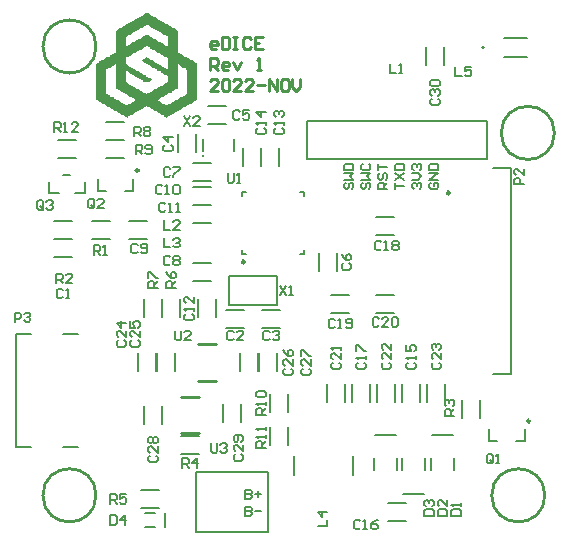
<source format=gto>
G04*
G04 #@! TF.GenerationSoftware,Altium Limited,Altium Designer,22.6.1 (34)*
G04*
G04 Layer_Color=65535*
%FSLAX25Y25*%
%MOIN*%
G70*
G04*
G04 #@! TF.SameCoordinates,C960C2BB-4387-47BD-B0B2-73E0CB32DA73*
G04*
G04*
G04 #@! TF.FilePolarity,Positive*
G04*
G01*
G75*
%ADD10C,0.00984*%
%ADD11C,0.01000*%
%ADD12C,0.00787*%
%ADD13C,0.00800*%
%ADD14C,0.00500*%
%ADD15C,0.00591*%
%ADD16C,0.00502*%
%ADD17C,0.00394*%
G36*
X-48869Y85820D02*
X-48347D01*
Y85559D01*
X-47825D01*
Y85297D01*
X-47563D01*
Y85036D01*
X-47041D01*
Y84775D01*
X-46519D01*
Y84514D01*
X-45996D01*
Y84253D01*
X-45735D01*
Y83991D01*
X-45213D01*
Y83730D01*
X-44690D01*
Y83469D01*
X-44168D01*
Y83208D01*
X-43907D01*
Y82947D01*
X-43385D01*
Y82686D01*
X-42862D01*
Y82424D01*
X-42601D01*
Y82163D01*
X-42079D01*
Y81902D01*
X-41556D01*
Y81641D01*
X-41034D01*
Y81380D01*
X-40773D01*
Y81118D01*
X-40250D01*
Y80857D01*
X-39728D01*
Y80596D01*
X-39206D01*
Y80335D01*
X-38944D01*
Y80074D01*
X-38683D01*
Y72760D01*
X-38161D01*
Y72499D01*
X-37900D01*
Y72238D01*
X-37377D01*
Y71977D01*
X-36855D01*
Y71716D01*
X-36594D01*
Y71455D01*
X-36071D01*
Y71193D01*
X-35549D01*
Y70932D01*
X-35027D01*
Y70671D01*
X-34765D01*
Y70410D01*
X-34243D01*
Y70149D01*
X-33721D01*
Y69888D01*
X-33198D01*
Y69626D01*
X-32937D01*
Y69365D01*
X-32415D01*
Y69104D01*
X-32154D01*
Y56828D01*
X-32676D01*
Y56567D01*
X-33198D01*
Y56306D01*
X-33721D01*
Y56045D01*
X-33982D01*
Y55784D01*
X-34504D01*
Y55522D01*
X-35027D01*
Y55261D01*
X-35549D01*
Y55000D01*
X-35810D01*
Y54739D01*
X-36332D01*
Y54478D01*
X-36855D01*
Y54216D01*
X-37116D01*
Y53955D01*
X-37639D01*
Y53694D01*
X-38161D01*
Y53433D01*
X-38683D01*
Y53172D01*
X-38944D01*
Y52911D01*
X-39467D01*
Y52649D01*
X-39989D01*
Y52388D01*
X-40512D01*
Y52127D01*
X-40773D01*
Y51866D01*
X-41295D01*
Y51605D01*
X-41817D01*
Y51343D01*
X-42340D01*
Y51082D01*
X-42601D01*
Y51343D01*
X-43123D01*
Y51605D01*
X-43385D01*
Y51866D01*
X-43907D01*
Y52127D01*
X-44429D01*
Y52388D01*
X-44690D01*
Y52649D01*
X-45213D01*
Y52911D01*
X-45735D01*
Y53172D01*
X-46258D01*
Y53433D01*
X-46519D01*
Y53694D01*
X-47041D01*
Y53955D01*
X-47563D01*
Y54216D01*
X-48086D01*
Y54478D01*
X-48347D01*
Y54739D01*
X-48869D01*
Y55000D01*
X-49131D01*
Y54739D01*
X-49653D01*
Y54478D01*
X-49914D01*
Y54216D01*
X-50437D01*
Y53955D01*
X-50959D01*
Y53694D01*
X-51481D01*
Y53433D01*
X-51742D01*
Y53172D01*
X-52265D01*
Y52911D01*
X-52787D01*
Y52649D01*
X-53310D01*
Y52388D01*
X-53571D01*
Y52127D01*
X-54093D01*
Y51866D01*
X-54615D01*
Y51605D01*
X-55138D01*
Y51343D01*
X-55399D01*
Y51082D01*
X-55660D01*
Y51343D01*
X-56183D01*
Y51605D01*
X-56705D01*
Y51866D01*
X-57227D01*
Y52127D01*
X-57489D01*
Y52388D01*
X-58011D01*
Y52649D01*
X-58533D01*
Y52911D01*
X-59056D01*
Y53172D01*
X-59317D01*
Y53433D01*
X-59839D01*
Y53694D01*
X-60361D01*
Y53955D01*
X-60884D01*
Y54216D01*
X-61145D01*
Y54478D01*
X-61667D01*
Y54739D01*
X-62190D01*
Y55000D01*
X-62451D01*
Y55261D01*
X-62973D01*
Y55522D01*
X-63496D01*
Y55784D01*
X-64018D01*
Y56045D01*
X-64279D01*
Y56306D01*
X-64802D01*
Y56567D01*
X-65324D01*
Y56828D01*
X-65846D01*
Y69104D01*
X-65585D01*
Y69365D01*
X-65063D01*
Y69626D01*
X-64802D01*
Y69888D01*
X-64279D01*
Y70149D01*
X-63757D01*
Y70410D01*
X-63235D01*
Y70671D01*
X-62973D01*
Y70932D01*
X-62451D01*
Y71193D01*
X-61929D01*
Y71455D01*
X-61406D01*
Y71716D01*
X-61145D01*
Y71977D01*
X-60623D01*
Y72238D01*
X-60100D01*
Y72499D01*
X-59839D01*
Y72760D01*
X-59317D01*
Y80074D01*
X-59056D01*
Y80335D01*
X-58533D01*
Y80596D01*
X-58272D01*
Y80857D01*
X-57750D01*
Y81118D01*
X-57227D01*
Y81380D01*
X-56966D01*
Y81641D01*
X-56444D01*
Y81902D01*
X-55921D01*
Y82163D01*
X-55399D01*
Y82424D01*
X-55138D01*
Y82686D01*
X-54615D01*
Y82947D01*
X-54093D01*
Y83208D01*
X-53571D01*
Y83469D01*
X-53310D01*
Y83730D01*
X-52787D01*
Y83991D01*
X-52265D01*
Y84253D01*
X-51742D01*
Y84514D01*
X-51481D01*
Y84775D01*
X-50959D01*
Y85036D01*
X-50437D01*
Y85297D01*
X-49914D01*
Y85559D01*
X-49653D01*
Y85820D01*
X-49131D01*
Y86081D01*
X-48869D01*
Y85820D01*
D02*
G37*
%LPC*%
G36*
X-48347Y81902D02*
X-49392D01*
Y81641D01*
X-49914D01*
Y81380D01*
X-50437D01*
Y81118D01*
X-50698D01*
Y80857D01*
X-51220D01*
Y80596D01*
X-51742D01*
Y80335D01*
X-52265D01*
Y80074D01*
X-52526D01*
Y79813D01*
X-53048D01*
Y79551D01*
X-53571D01*
Y79290D01*
X-54093D01*
Y79029D01*
X-54354D01*
Y78768D01*
X-54877D01*
Y78507D01*
X-55399D01*
Y78245D01*
X-55660D01*
Y77984D01*
X-55921D01*
Y77723D01*
Y77462D01*
Y77201D01*
Y76939D01*
Y76678D01*
Y76417D01*
Y76156D01*
Y75895D01*
Y75634D01*
Y75372D01*
Y75111D01*
Y74850D01*
X-55660D01*
Y75111D01*
X-55138D01*
Y75372D01*
X-54615D01*
Y75634D01*
X-54354D01*
Y75895D01*
X-53832D01*
Y76156D01*
X-53310D01*
Y76417D01*
X-52787D01*
Y76678D01*
X-52526D01*
Y76939D01*
X-52004D01*
Y77201D01*
X-51481D01*
Y77462D01*
X-50959D01*
Y77723D01*
X-50698D01*
Y77984D01*
X-50175D01*
Y78245D01*
X-49653D01*
Y78507D01*
X-49392D01*
Y78768D01*
X-48608D01*
Y78507D01*
X-48347D01*
Y78245D01*
X-47825D01*
Y77984D01*
X-47302D01*
Y77723D01*
X-46780D01*
Y77462D01*
X-46519D01*
Y77201D01*
X-45996D01*
Y76939D01*
X-45474D01*
Y76678D01*
X-45213D01*
Y76417D01*
X-44690D01*
Y76156D01*
X-44168D01*
Y75895D01*
X-43646D01*
Y75634D01*
X-43385D01*
Y75372D01*
X-42862D01*
Y75111D01*
X-42340D01*
Y74850D01*
X-42079D01*
Y75111D01*
Y75372D01*
Y75634D01*
Y75895D01*
Y76156D01*
Y76417D01*
Y76678D01*
Y76939D01*
Y77201D01*
Y77462D01*
Y77723D01*
Y77984D01*
Y78245D01*
X-42601D01*
Y78507D01*
X-43123D01*
Y78768D01*
X-43646D01*
Y79029D01*
X-43907D01*
Y79290D01*
X-44429D01*
Y79551D01*
X-44952D01*
Y79813D01*
X-45213D01*
Y80074D01*
X-45735D01*
Y80335D01*
X-46258D01*
Y80596D01*
X-46780D01*
Y80857D01*
X-47041D01*
Y81118D01*
X-47563D01*
Y81380D01*
X-48086D01*
Y81641D01*
X-48347D01*
Y81902D01*
D02*
G37*
G36*
X-48608Y74850D02*
X-49392D01*
Y74589D01*
X-49914D01*
Y74328D01*
X-50437D01*
Y74067D01*
X-50698D01*
Y73805D01*
X-51220D01*
Y73544D01*
X-51742D01*
Y73283D01*
X-52265D01*
Y73022D01*
X-52526D01*
Y72760D01*
X-53048D01*
Y72499D01*
X-53571D01*
Y72238D01*
X-54093D01*
Y71977D01*
X-54354D01*
Y71716D01*
X-54877D01*
Y71455D01*
X-55399D01*
Y71193D01*
X-55921D01*
Y70932D01*
Y70671D01*
Y70410D01*
Y70149D01*
Y69888D01*
Y69626D01*
Y69365D01*
Y69104D01*
Y68843D01*
X-55660D01*
Y68582D01*
X-55399D01*
Y68320D01*
X-54877D01*
Y68059D01*
X-54354D01*
Y67798D01*
X-54093D01*
Y67537D01*
X-53571D01*
Y67276D01*
X-53048D01*
Y67014D01*
X-52526D01*
Y66753D01*
X-52265D01*
Y66492D01*
X-51742D01*
Y66231D01*
X-51220D01*
Y65970D01*
X-50698D01*
Y65709D01*
X-50437D01*
Y65447D01*
X-49914D01*
Y65186D01*
X-49392D01*
Y64925D01*
X-49131D01*
Y64664D01*
X-48608D01*
Y64403D01*
X-48086D01*
Y64141D01*
X-47563D01*
Y63880D01*
X-47302D01*
Y63619D01*
X-47563D01*
Y63358D01*
X-48086D01*
Y63097D01*
X-48608D01*
Y62836D01*
X-49653D01*
Y63097D01*
X-50175D01*
Y63358D01*
X-50437D01*
Y63619D01*
X-50959D01*
Y63880D01*
X-51481D01*
Y64141D01*
X-51742D01*
Y64403D01*
X-52265D01*
Y64664D01*
X-52787D01*
Y64925D01*
X-53310D01*
Y65186D01*
X-53571D01*
Y65447D01*
X-54093D01*
Y65709D01*
X-54615D01*
Y65970D01*
X-54877D01*
Y66231D01*
X-55399D01*
Y66492D01*
X-55921D01*
Y66231D01*
Y65970D01*
Y65709D01*
Y65447D01*
Y65186D01*
Y64925D01*
Y64664D01*
Y64403D01*
Y64141D01*
Y63880D01*
Y63619D01*
Y63358D01*
Y63097D01*
Y62836D01*
X-55660D01*
Y62574D01*
X-55138D01*
Y62313D01*
X-54877D01*
Y62052D01*
X-54354D01*
Y61791D01*
X-53832D01*
Y61530D01*
X-53571D01*
Y61268D01*
X-53048D01*
Y61007D01*
X-52526D01*
Y60746D01*
X-52004D01*
Y60485D01*
X-51742D01*
Y60224D01*
X-51220D01*
Y59962D01*
X-50698D01*
Y59701D01*
X-50437D01*
Y59440D01*
X-49914D01*
Y59179D01*
X-49392D01*
Y58918D01*
X-48869D01*
Y59179D01*
X-48347D01*
Y59440D01*
X-47825D01*
Y59701D01*
X-47302D01*
Y59962D01*
X-47041D01*
Y60224D01*
X-46519D01*
Y60485D01*
X-45996D01*
Y60746D01*
X-45474D01*
Y61007D01*
X-45213D01*
Y61268D01*
X-44690D01*
Y61530D01*
X-44168D01*
Y61791D01*
X-43646D01*
Y62052D01*
X-43385D01*
Y62313D01*
X-42862D01*
Y62574D01*
X-42340D01*
Y62836D01*
X-42079D01*
Y63097D01*
Y63358D01*
Y63619D01*
Y63880D01*
Y64141D01*
Y64403D01*
Y64664D01*
Y64925D01*
X-42340D01*
Y65186D01*
X-42601D01*
Y65447D01*
X-43123D01*
Y65709D01*
X-43646D01*
Y65970D01*
X-44168D01*
Y66231D01*
X-44429D01*
Y66492D01*
X-44952D01*
Y66753D01*
X-45474D01*
Y67014D01*
X-45735D01*
Y67276D01*
X-46258D01*
Y67537D01*
X-46780D01*
Y67798D01*
X-47302D01*
Y68059D01*
X-47563D01*
Y68320D01*
X-48086D01*
Y68582D01*
X-48608D01*
Y68843D01*
X-49131D01*
Y69104D01*
X-49392D01*
Y69365D01*
X-49914D01*
Y69626D01*
X-50437D01*
Y69888D01*
X-50698D01*
Y70149D01*
Y70410D01*
X-50175D01*
Y70671D01*
X-49653D01*
Y70932D01*
X-49131D01*
Y71193D01*
X-48869D01*
Y70932D01*
X-48347D01*
Y70671D01*
X-48086D01*
Y70410D01*
X-47563D01*
Y70149D01*
X-47041D01*
Y69888D01*
X-46519D01*
Y69626D01*
X-46258D01*
Y69365D01*
X-45735D01*
Y69104D01*
X-45213D01*
Y68843D01*
X-44952D01*
Y68582D01*
X-44429D01*
Y68320D01*
X-43907D01*
Y68059D01*
X-43385D01*
Y67798D01*
X-43123D01*
Y67537D01*
X-42601D01*
Y67276D01*
X-42079D01*
Y67537D01*
Y67798D01*
Y68059D01*
Y68320D01*
Y68582D01*
Y68843D01*
Y69104D01*
Y69365D01*
Y69626D01*
Y69888D01*
Y70149D01*
Y70410D01*
Y70671D01*
Y70932D01*
X-42340D01*
Y71193D01*
X-42862D01*
Y71455D01*
X-43123D01*
Y71716D01*
X-43646D01*
Y71977D01*
X-44168D01*
Y72238D01*
X-44690D01*
Y72499D01*
X-44952D01*
Y72760D01*
X-45474D01*
Y73022D01*
X-45996D01*
Y73283D01*
X-46258D01*
Y73544D01*
X-46780D01*
Y73805D01*
X-47302D01*
Y74067D01*
X-47825D01*
Y74328D01*
X-48086D01*
Y74589D01*
X-48608D01*
Y74850D01*
D02*
G37*
G36*
X-38422Y68843D02*
X-38683D01*
Y68582D01*
Y68320D01*
Y68059D01*
Y67798D01*
Y67537D01*
Y67276D01*
Y67014D01*
Y66753D01*
Y66492D01*
Y66231D01*
Y65970D01*
Y65709D01*
Y65447D01*
Y65186D01*
Y64925D01*
Y64664D01*
Y64403D01*
Y64141D01*
Y63880D01*
Y63619D01*
Y63358D01*
Y63097D01*
Y62836D01*
Y62574D01*
Y62313D01*
Y62052D01*
Y61791D01*
Y61530D01*
Y61268D01*
Y61007D01*
Y60746D01*
X-39206D01*
Y60485D01*
X-39467D01*
Y60224D01*
X-39989D01*
Y59962D01*
X-40512D01*
Y59701D01*
X-40773D01*
Y59440D01*
X-41295D01*
Y59179D01*
X-41817D01*
Y58918D01*
X-42340D01*
Y58657D01*
X-42862D01*
Y58395D01*
X-43123D01*
Y58134D01*
X-43646D01*
Y57873D01*
X-44168D01*
Y57612D01*
X-44690D01*
Y57351D01*
X-44952D01*
Y57090D01*
X-45474D01*
Y56828D01*
X-45213D01*
Y56567D01*
X-44690D01*
Y56306D01*
X-44168D01*
Y56045D01*
X-43907D01*
Y55784D01*
X-43385D01*
Y55522D01*
X-42862D01*
Y55261D01*
X-41817D01*
Y55522D01*
X-41556D01*
Y55784D01*
X-41034D01*
Y56045D01*
X-40512D01*
Y56306D01*
X-39989D01*
Y56567D01*
X-39728D01*
Y56828D01*
X-39206D01*
Y57090D01*
X-38683D01*
Y57351D01*
X-38161D01*
Y57612D01*
X-37900D01*
Y57873D01*
X-37377D01*
Y58134D01*
X-36855D01*
Y58395D01*
X-36332D01*
Y58657D01*
X-36071D01*
Y58918D01*
X-35549D01*
Y59179D01*
Y59440D01*
Y59701D01*
Y59962D01*
Y60224D01*
Y60485D01*
Y60746D01*
Y61007D01*
Y61268D01*
Y61530D01*
Y61791D01*
Y62052D01*
Y62313D01*
Y62574D01*
Y62836D01*
Y63097D01*
Y63358D01*
Y63619D01*
Y63880D01*
Y64141D01*
Y64403D01*
Y64664D01*
Y64925D01*
Y65186D01*
Y65447D01*
Y65709D01*
Y65970D01*
Y66231D01*
Y66492D01*
Y66753D01*
Y67014D01*
X-35810D01*
Y67276D01*
X-36071D01*
Y67537D01*
X-36594D01*
Y67798D01*
X-37116D01*
Y68059D01*
X-37639D01*
Y68320D01*
X-37900D01*
Y68582D01*
X-38422D01*
Y68843D01*
D02*
G37*
G36*
X-59317D02*
X-59578D01*
Y68582D01*
X-60100D01*
Y68320D01*
X-60623D01*
Y68059D01*
X-60884D01*
Y67798D01*
X-61406D01*
Y67537D01*
X-61929D01*
Y67276D01*
X-62451D01*
Y67014D01*
Y66753D01*
Y66492D01*
Y66231D01*
Y65970D01*
Y65709D01*
Y65447D01*
Y65186D01*
Y64925D01*
Y64664D01*
Y64403D01*
Y64141D01*
Y63880D01*
Y63619D01*
Y63358D01*
Y63097D01*
Y62836D01*
Y62574D01*
Y62313D01*
Y62052D01*
Y61791D01*
Y61530D01*
Y61268D01*
Y61007D01*
Y60746D01*
Y60485D01*
Y60224D01*
Y59962D01*
Y59701D01*
Y59440D01*
Y59179D01*
Y58918D01*
X-61929D01*
Y58657D01*
X-61406D01*
Y58395D01*
X-61145D01*
Y58134D01*
X-60623D01*
Y57873D01*
X-60100D01*
Y57612D01*
X-59839D01*
Y57351D01*
X-59317D01*
Y57090D01*
X-58794D01*
Y56828D01*
X-58272D01*
Y56567D01*
X-58011D01*
Y56306D01*
X-57489D01*
Y56045D01*
X-56966D01*
Y55784D01*
X-56444D01*
Y55522D01*
X-56183D01*
Y55261D01*
X-55138D01*
Y55522D01*
X-54615D01*
Y55784D01*
X-54354D01*
Y56045D01*
X-53832D01*
Y56306D01*
X-53310D01*
Y56567D01*
X-52787D01*
Y56828D01*
X-52526D01*
Y57090D01*
X-53048D01*
Y57351D01*
X-53310D01*
Y57612D01*
X-53832D01*
Y57873D01*
X-54354D01*
Y58134D01*
X-54877D01*
Y58395D01*
X-55138D01*
Y58657D01*
X-55660D01*
Y58918D01*
X-56183D01*
Y59179D01*
X-56705D01*
Y59440D01*
X-56966D01*
Y59701D01*
X-57489D01*
Y59962D01*
X-58011D01*
Y60224D01*
X-58533D01*
Y60485D01*
X-58794D01*
Y60746D01*
X-59317D01*
Y61007D01*
Y61268D01*
Y61530D01*
Y61791D01*
Y62052D01*
Y62313D01*
Y62574D01*
Y62836D01*
Y63097D01*
Y63358D01*
Y63619D01*
Y63880D01*
Y64141D01*
Y64403D01*
Y64664D01*
Y64925D01*
Y65186D01*
Y65447D01*
Y65709D01*
Y65970D01*
Y66231D01*
Y66492D01*
Y66753D01*
Y67014D01*
Y67276D01*
Y67537D01*
Y67798D01*
Y68059D01*
Y68320D01*
Y68582D01*
Y68843D01*
D02*
G37*
%LPD*%
D10*
X-51724Y33437D02*
G03*
X-51724Y33437I-492J0D01*
G01*
X78776Y-50063D02*
G03*
X78776Y-50063I-492J0D01*
G01*
X-16350Y3008D02*
G03*
X-16350Y3008I-492J0D01*
G01*
X-26048Y74080D02*
X-27360D01*
X-28016Y74736D01*
Y76048D01*
X-27360Y76704D01*
X-26048D01*
X-25392Y76048D01*
Y75392D01*
X-28016D01*
X-24080Y78016D02*
Y74080D01*
X-22112D01*
X-21456Y74736D01*
Y77360D01*
X-22112Y78016D01*
X-24080D01*
X-20144D02*
X-18832D01*
X-19488D01*
Y74080D01*
X-20144D01*
X-18832D01*
X-14241Y77360D02*
X-14897Y78016D01*
X-16208D01*
X-16864Y77360D01*
Y74736D01*
X-16208Y74080D01*
X-14897D01*
X-14241Y74736D01*
X-10305Y78016D02*
X-12929D01*
Y74080D01*
X-10305D01*
X-12929Y76048D02*
X-11617D01*
X-28016Y66995D02*
Y70931D01*
X-26048D01*
X-25392Y70275D01*
Y68963D01*
X-26048Y68307D01*
X-28016D01*
X-26704D02*
X-25392Y66995D01*
X-22112D02*
X-23424D01*
X-24080Y67651D01*
Y68963D01*
X-23424Y69619D01*
X-22112D01*
X-21456Y68963D01*
Y68307D01*
X-24080D01*
X-20144Y69619D02*
X-18832Y66995D01*
X-17521Y69619D01*
X-12273Y66995D02*
X-10961D01*
X-11617D01*
Y70931D01*
X-12273Y70275D01*
X-25392Y59910D02*
X-28016D01*
X-25392Y62534D01*
Y63190D01*
X-26048Y63846D01*
X-27360D01*
X-28016Y63190D01*
X-24080D02*
X-23424Y63846D01*
X-22112D01*
X-21456Y63190D01*
Y60566D01*
X-22112Y59910D01*
X-23424D01*
X-24080Y60566D01*
Y63190D01*
X-17521Y59910D02*
X-20144D01*
X-17521Y62534D01*
Y63190D01*
X-18176Y63846D01*
X-19488D01*
X-20144Y63190D01*
X-13585Y59910D02*
X-16208D01*
X-13585Y62534D01*
Y63190D01*
X-14241Y63846D01*
X-15553D01*
X-16208Y63190D01*
X-12273Y61878D02*
X-9649D01*
X-8337Y59910D02*
Y63846D01*
X-5713Y59910D01*
Y63846D01*
X-2433D02*
X-3745D01*
X-4401Y63190D01*
Y60566D01*
X-3745Y59910D01*
X-2433D01*
X-1777Y60566D01*
Y63190D01*
X-2433Y63846D01*
X-466D02*
Y61222D01*
X846Y59910D01*
X2158Y61222D01*
Y63846D01*
D11*
X86858Y46000D02*
G03*
X86858Y46000I-8858J0D01*
G01*
X83661Y-74803D02*
G03*
X83661Y-74803I-8858J0D01*
G01*
X-65945D02*
G03*
X-65945Y-74803I-8858J0D01*
G01*
Y74803D02*
G03*
X-65945Y74803I-8858J0D01*
G01*
X52000Y26000D02*
G03*
X52000Y26000I-500J0D01*
G01*
X-32000Y-24400D02*
X-25900D01*
X-32000Y-36600D02*
X-25900D01*
X-37600Y-54100D02*
X-31500D01*
X-37600Y-41900D02*
X-31500D01*
D12*
X63370Y74500D02*
G03*
X63370Y74500I-394J0D01*
G01*
X-65405Y26744D02*
X-62650D01*
X-65405D02*
Y30681D01*
X-56350Y26744D02*
X-53594D01*
Y30681D01*
X76906Y-56756D02*
Y-52819D01*
X74150Y-56756D02*
X76906D01*
X65095D02*
Y-52819D01*
Y-56756D02*
X67850D01*
X4500Y37201D02*
Y50000D01*
Y37201D02*
X64500D01*
Y50000D01*
X4500D02*
X64500D01*
X3433Y5567D02*
Y7043D01*
X1957Y5567D02*
X3433D01*
Y24957D02*
Y26433D01*
X1957D02*
X3433D01*
X-17433D02*
X-15957D01*
X-17433Y24957D02*
Y26433D01*
Y5567D02*
Y7043D01*
Y5567D02*
X-15957D01*
X158Y-68119D02*
Y-61820D01*
X19842Y-68140D02*
Y-61841D01*
X-49575Y-80638D02*
X-46425D01*
X-49575Y-85362D02*
X-46425D01*
X-42790Y-85364D02*
Y-80640D01*
X-76988Y-58858D02*
X-72067D01*
X-76988Y-21142D02*
X-72067D01*
X-92736Y-58858D02*
X-87697D01*
X-92736D02*
Y-21142D01*
X-87697D01*
X-32527Y-86961D02*
X-8500D01*
X-32527D02*
Y-67000D01*
X-8500Y-86961D02*
Y-67000D01*
X-32527D02*
X-8500D01*
X45957Y-54658D02*
X53043D01*
X45661Y-66500D02*
Y-62500D01*
X53339Y-66500D02*
Y-62500D01*
X36457Y-74343D02*
X43543D01*
X43839Y-66500D02*
Y-62500D01*
X36161Y-66500D02*
Y-62500D01*
X26957Y-54658D02*
X34043D01*
X26661Y-66500D02*
Y-62500D01*
X34339Y-66500D02*
Y-62500D01*
X-16124Y-72896D02*
Y-76044D01*
X-14549D01*
X-14025Y-75520D01*
Y-74995D01*
X-14549Y-74470D01*
X-16124D01*
X-14549D01*
X-14025Y-73945D01*
Y-73421D01*
X-14549Y-72896D01*
X-16124D01*
X-12975Y-74470D02*
X-10876D01*
X-11926Y-73421D02*
Y-75520D01*
X-16124Y-78564D02*
Y-81713D01*
X-14549D01*
X-14025Y-81188D01*
Y-80663D01*
X-14549Y-80138D01*
X-16124D01*
X-14549D01*
X-14025Y-79614D01*
Y-79089D01*
X-14549Y-78564D01*
X-16124D01*
X-12975Y-80138D02*
X-10876D01*
X17248Y29401D02*
X16724Y28876D01*
Y27827D01*
X17248Y27302D01*
X17773D01*
X18298Y27827D01*
Y28876D01*
X18823Y29401D01*
X19347D01*
X19872Y28876D01*
Y27827D01*
X19347Y27302D01*
X16724Y30450D02*
X19872D01*
X18823Y31500D01*
X19872Y32550D01*
X16724D01*
Y33599D02*
X19872D01*
Y35173D01*
X19347Y35698D01*
X17248D01*
X16724Y35173D01*
Y33599D01*
X22917Y29401D02*
X22392Y28876D01*
Y27827D01*
X22917Y27302D01*
X23441D01*
X23966Y27827D01*
Y28876D01*
X24491Y29401D01*
X25016D01*
X25540Y28876D01*
Y27827D01*
X25016Y27302D01*
X22392Y30450D02*
X25540D01*
X24491Y31500D01*
X25540Y32550D01*
X22392D01*
X22917Y35698D02*
X22392Y35173D01*
Y34124D01*
X22917Y33599D01*
X25016D01*
X25540Y34124D01*
Y35173D01*
X25016Y35698D01*
X31208Y27302D02*
X28060D01*
Y28876D01*
X28585Y29401D01*
X29634D01*
X30159Y28876D01*
Y27302D01*
Y28351D02*
X31208Y29401D01*
X28585Y32550D02*
X28060Y32025D01*
Y30975D01*
X28585Y30450D01*
X29109D01*
X29634Y30975D01*
Y32025D01*
X30159Y32550D01*
X30684D01*
X31208Y32025D01*
Y30975D01*
X30684Y30450D01*
X28060Y33599D02*
Y35698D01*
Y34649D01*
X31208D01*
X33728Y27302D02*
Y29401D01*
Y28351D01*
X36876D01*
X33728Y30450D02*
X36876Y32550D01*
X33728D02*
X36876Y30450D01*
X33728Y33599D02*
X36876D01*
Y35173D01*
X36352Y35698D01*
X34253D01*
X33728Y35173D01*
Y33599D01*
X39921Y27302D02*
X39396Y27827D01*
Y28876D01*
X39921Y29401D01*
X40446D01*
X40970Y28876D01*
Y28351D01*
Y28876D01*
X41495Y29401D01*
X42020D01*
X42544Y28876D01*
Y27827D01*
X42020Y27302D01*
X39396Y30450D02*
X41495D01*
X42544Y31500D01*
X41495Y32550D01*
X39396D01*
X39921Y33599D02*
X39396Y34124D01*
Y35173D01*
X39921Y35698D01*
X40446D01*
X40970Y35173D01*
Y34649D01*
Y35173D01*
X41495Y35698D01*
X42020D01*
X42544Y35173D01*
Y34124D01*
X42020Y33599D01*
X45589Y29401D02*
X45064Y28876D01*
Y27827D01*
X45589Y27302D01*
X47688D01*
X48213Y27827D01*
Y28876D01*
X47688Y29401D01*
X46638D01*
Y28351D01*
X48213Y30450D02*
X45064D01*
X48213Y32550D01*
X45064D01*
Y33599D02*
X48213D01*
Y35173D01*
X47688Y35698D01*
X45589D01*
X45064Y35173D01*
Y33599D01*
X-9426Y-58911D02*
X-12574D01*
Y-57337D01*
X-12049Y-56812D01*
X-11000D01*
X-10475Y-57337D01*
Y-58911D01*
Y-57861D02*
X-9426Y-56812D01*
Y-55762D02*
Y-54713D01*
Y-55238D01*
X-12574D01*
X-12049Y-55762D01*
X-9426Y-53139D02*
Y-52089D01*
Y-52614D01*
X-12574D01*
X-12049Y-53139D01*
X-9426Y-47936D02*
X-12574D01*
Y-46361D01*
X-12049Y-45837D01*
X-11000D01*
X-10475Y-46361D01*
Y-47936D01*
Y-46886D02*
X-9426Y-45837D01*
Y-44787D02*
Y-43738D01*
Y-44262D01*
X-12574D01*
X-12049Y-44787D01*
Y-42163D02*
X-12574Y-41638D01*
Y-40589D01*
X-12049Y-40064D01*
X-9950D01*
X-9426Y-40589D01*
Y-41638D01*
X-9950Y-42163D01*
X-12049D01*
X53876Y68074D02*
Y64926D01*
X55975D01*
X59124Y68074D02*
X57025D01*
Y66500D01*
X58074Y67025D01*
X58599D01*
X59124Y66500D01*
Y65451D01*
X58599Y64926D01*
X57550D01*
X57025Y65451D01*
X45950Y57401D02*
X45426Y56876D01*
Y55827D01*
X45950Y55302D01*
X48050D01*
X48574Y55827D01*
Y56876D01*
X48050Y57401D01*
X45950Y58451D02*
X45426Y58975D01*
Y60025D01*
X45950Y60549D01*
X46475D01*
X47000Y60025D01*
Y59500D01*
Y60025D01*
X47525Y60549D01*
X48050D01*
X48574Y60025D01*
Y58975D01*
X48050Y58451D01*
X45950Y61599D02*
X45426Y62124D01*
Y63173D01*
X45950Y63698D01*
X48050D01*
X48574Y63173D01*
Y62124D01*
X48050Y61599D01*
X45950D01*
X-93031Y-17031D02*
Y-13882D01*
X-91456D01*
X-90932Y-14407D01*
Y-15456D01*
X-91456Y-15981D01*
X-93031D01*
X-89882Y-14407D02*
X-89357Y-13882D01*
X-88308D01*
X-87783Y-14407D01*
Y-14932D01*
X-88308Y-15456D01*
X-88833D01*
X-88308D01*
X-87783Y-15981D01*
Y-16506D01*
X-88308Y-17031D01*
X-89357D01*
X-89882Y-16506D01*
X-52624Y38926D02*
Y42074D01*
X-51050D01*
X-50525Y41550D01*
Y40500D01*
X-51050Y39975D01*
X-52624D01*
X-51574D02*
X-50525Y38926D01*
X-49475Y39450D02*
X-48950Y38926D01*
X-47901D01*
X-47376Y39450D01*
Y41550D01*
X-47901Y42074D01*
X-48950D01*
X-49475Y41550D01*
Y41025D01*
X-48950Y40500D01*
X-47376D01*
X-53124Y44926D02*
Y48074D01*
X-51550D01*
X-51025Y47550D01*
Y46500D01*
X-51550Y45975D01*
X-53124D01*
X-52074D02*
X-51025Y44926D01*
X-49975Y47550D02*
X-49450Y48074D01*
X-48401D01*
X-47876Y47550D01*
Y47025D01*
X-48401Y46500D01*
X-47876Y45975D01*
Y45450D01*
X-48401Y44926D01*
X-49450D01*
X-49975Y45450D01*
Y45975D01*
X-49450Y46500D01*
X-49975Y47025D01*
Y47550D01*
X-49450Y46500D02*
X-48401D01*
X-66525Y21451D02*
Y23550D01*
X-67049Y24074D01*
X-68099D01*
X-68624Y23550D01*
Y21451D01*
X-68099Y20926D01*
X-67049D01*
X-67574Y21975D02*
X-66525Y20926D01*
X-67049D02*
X-66525Y21451D01*
X-63376Y20926D02*
X-65475D01*
X-63376Y23025D01*
Y23550D01*
X-63901Y24074D01*
X-64951D01*
X-65475Y23550D01*
X-22099Y32574D02*
Y29950D01*
X-21574Y29426D01*
X-20525D01*
X-20000Y29950D01*
Y32574D01*
X-18950Y29426D02*
X-17901D01*
X-18426D01*
Y32574D01*
X-18950Y32050D01*
X-36624Y51574D02*
X-34525Y48426D01*
Y51574D02*
X-36624Y48426D01*
X-31376D02*
X-33475D01*
X-31376Y50525D01*
Y51050D01*
X-31901Y51574D01*
X-32950D01*
X-33475Y51050D01*
X-4599Y-4926D02*
X-2500Y-8074D01*
Y-4926D02*
X-4599Y-8074D01*
X-1450D02*
X-401D01*
X-926D01*
Y-4926D01*
X-1450Y-5451D01*
X-27624Y-57426D02*
Y-60049D01*
X-27099Y-60574D01*
X-26050D01*
X-25525Y-60049D01*
Y-57426D01*
X-24475Y-57951D02*
X-23950Y-57426D01*
X-22901D01*
X-22376Y-57951D01*
Y-58475D01*
X-22901Y-59000D01*
X-23426D01*
X-22901D01*
X-22376Y-59525D01*
Y-60049D01*
X-22901Y-60574D01*
X-23950D01*
X-24475Y-60049D01*
X-39624Y-19926D02*
Y-22549D01*
X-39099Y-23074D01*
X-38050D01*
X-37525Y-22549D01*
Y-19926D01*
X-34376Y-23074D02*
X-36475D01*
X-34376Y-20975D01*
Y-20450D01*
X-34901Y-19926D01*
X-35950D01*
X-36475Y-20450D01*
X-45426Y-5624D02*
X-48574D01*
Y-4050D01*
X-48050Y-3525D01*
X-47000D01*
X-46475Y-4050D01*
Y-5624D01*
Y-4574D02*
X-45426Y-3525D01*
X-48574Y-2475D02*
Y-376D01*
X-48050D01*
X-45950Y-2475D01*
X-45426D01*
X-39426Y-5624D02*
X-42574D01*
Y-4050D01*
X-42050Y-3525D01*
X-41000D01*
X-40475Y-4050D01*
Y-5624D01*
Y-4574D02*
X-39426Y-3525D01*
X-42574Y-376D02*
X-42050Y-1426D01*
X-41000Y-2475D01*
X-39950D01*
X-39426Y-1950D01*
Y-901D01*
X-39950Y-376D01*
X-40475D01*
X-41000Y-901D01*
Y-2475D01*
X-61124Y-77574D02*
Y-74426D01*
X-59549D01*
X-59025Y-74950D01*
Y-76000D01*
X-59549Y-76525D01*
X-61124D01*
X-60074D02*
X-59025Y-77574D01*
X-55876Y-74426D02*
X-57975D01*
Y-76000D01*
X-56926Y-75475D01*
X-56401D01*
X-55876Y-76000D01*
Y-77049D01*
X-56401Y-77574D01*
X-57450D01*
X-57975Y-77049D01*
X-37124Y-65574D02*
Y-62426D01*
X-35550D01*
X-35025Y-62950D01*
Y-64000D01*
X-35550Y-64525D01*
X-37124D01*
X-36074D02*
X-35025Y-65574D01*
X-32401D02*
Y-62426D01*
X-33975Y-64000D01*
X-31876D01*
X-79124Y-4074D02*
Y-926D01*
X-77549D01*
X-77025Y-1450D01*
Y-2500D01*
X-77549Y-3025D01*
X-79124D01*
X-78074D02*
X-77025Y-4074D01*
X-73876D02*
X-75975D01*
X-73876Y-1975D01*
Y-1450D01*
X-74401Y-926D01*
X-75450D01*
X-75975Y-1450D01*
X-66599Y5426D02*
Y8574D01*
X-65025D01*
X-64500Y8049D01*
Y7000D01*
X-65025Y6475D01*
X-66599D01*
X-65549D02*
X-64500Y5426D01*
X-63450D02*
X-62401D01*
X-62926D01*
Y8574D01*
X-63450Y8049D01*
X-43312Y10974D02*
Y7826D01*
X-41213D01*
X-40163Y10449D02*
X-39639Y10974D01*
X-38589D01*
X-38064Y10449D01*
Y9925D01*
X-38589Y9400D01*
X-39114D01*
X-38589D01*
X-38064Y8875D01*
Y8350D01*
X-38589Y7826D01*
X-39639D01*
X-40163Y8350D01*
X-43312Y16874D02*
Y13726D01*
X-41213D01*
X-38064D02*
X-40163D01*
X-38064Y15825D01*
Y16350D01*
X-38589Y16874D01*
X-39639D01*
X-40163Y16350D01*
X31901Y69074D02*
Y65926D01*
X34000D01*
X35050D02*
X36099D01*
X35574D01*
Y69074D01*
X35050Y68550D01*
X-61124Y-81426D02*
Y-84574D01*
X-59549D01*
X-59025Y-84049D01*
Y-81950D01*
X-59549Y-81426D01*
X-61124D01*
X-56401Y-84574D02*
Y-81426D01*
X-57975Y-83000D01*
X-55876D01*
X-19549Y-61099D02*
X-20074Y-61624D01*
Y-62673D01*
X-19549Y-63198D01*
X-17450D01*
X-16926Y-62673D01*
Y-61624D01*
X-17450Y-61099D01*
X-16926Y-57951D02*
Y-60049D01*
X-19025Y-57951D01*
X-19549D01*
X-20074Y-58475D01*
Y-59525D01*
X-19549Y-60049D01*
X-17450Y-56901D02*
X-16926Y-56376D01*
Y-55327D01*
X-17450Y-54802D01*
X-19549D01*
X-20074Y-55327D01*
Y-56376D01*
X-19549Y-56901D01*
X-19025D01*
X-18500Y-56376D01*
Y-54802D01*
X-48050Y-61599D02*
X-48574Y-62124D01*
Y-63173D01*
X-48050Y-63698D01*
X-45950D01*
X-45426Y-63173D01*
Y-62124D01*
X-45950Y-61599D01*
X-45426Y-58451D02*
Y-60549D01*
X-47525Y-58451D01*
X-48050D01*
X-48574Y-58975D01*
Y-60025D01*
X-48050Y-60549D01*
Y-57401D02*
X-48574Y-56876D01*
Y-55827D01*
X-48050Y-55302D01*
X-47525D01*
X-47000Y-55827D01*
X-46475Y-55302D01*
X-45950D01*
X-45426Y-55827D01*
Y-56876D01*
X-45950Y-57401D01*
X-46475D01*
X-47000Y-56876D01*
X-47525Y-57401D01*
X-48050D01*
X-47000Y-56876D02*
Y-55827D01*
X2950Y-32599D02*
X2426Y-33124D01*
Y-34173D01*
X2950Y-34698D01*
X5049D01*
X5574Y-34173D01*
Y-33124D01*
X5049Y-32599D01*
X5574Y-29451D02*
Y-31550D01*
X3475Y-29451D01*
X2950D01*
X2426Y-29975D01*
Y-31025D01*
X2950Y-31550D01*
X2426Y-28401D02*
Y-26302D01*
X2950D01*
X5049Y-28401D01*
X5574D01*
X-3049Y-32599D02*
X-3574Y-33124D01*
Y-34173D01*
X-3049Y-34698D01*
X-950D01*
X-426Y-34173D01*
Y-33124D01*
X-950Y-32599D01*
X-426Y-29451D02*
Y-31550D01*
X-2525Y-29451D01*
X-3049D01*
X-3574Y-29975D01*
Y-31025D01*
X-3049Y-31550D01*
X-3574Y-26302D02*
X-3049Y-27351D01*
X-2000Y-28401D01*
X-950D01*
X-426Y-27876D01*
Y-26827D01*
X-950Y-26302D01*
X-1475D01*
X-2000Y-26827D01*
Y-28401D01*
X-54049Y-23099D02*
X-54574Y-23624D01*
Y-24673D01*
X-54049Y-25198D01*
X-51951D01*
X-51426Y-24673D01*
Y-23624D01*
X-51951Y-23099D01*
X-51426Y-19951D02*
Y-22050D01*
X-53525Y-19951D01*
X-54049D01*
X-54574Y-20475D01*
Y-21525D01*
X-54049Y-22050D01*
X-54574Y-16802D02*
Y-18901D01*
X-53000D01*
X-53525Y-17851D01*
Y-17327D01*
X-53000Y-16802D01*
X-51951D01*
X-51426Y-17327D01*
Y-18376D01*
X-51951Y-18901D01*
X-58549Y-23099D02*
X-59074Y-23624D01*
Y-24673D01*
X-58549Y-25198D01*
X-56450D01*
X-55926Y-24673D01*
Y-23624D01*
X-56450Y-23099D01*
X-55926Y-19951D02*
Y-22050D01*
X-58025Y-19951D01*
X-58549D01*
X-59074Y-20475D01*
Y-21525D01*
X-58549Y-22050D01*
X-55926Y-17327D02*
X-59074D01*
X-57500Y-18901D01*
Y-16802D01*
X-12049Y47663D02*
X-12574Y47139D01*
Y46089D01*
X-12049Y45564D01*
X-9950D01*
X-9426Y46089D01*
Y47139D01*
X-9950Y47663D01*
X-9426Y48713D02*
Y49762D01*
Y49238D01*
X-12574D01*
X-12049Y48713D01*
X-9426Y52911D02*
X-12574D01*
X-11000Y51337D01*
Y53436D01*
X-6050Y47663D02*
X-6574Y47139D01*
Y46089D01*
X-6050Y45564D01*
X-3951D01*
X-3426Y46089D01*
Y47139D01*
X-3951Y47663D01*
X-3426Y48713D02*
Y49762D01*
Y49238D01*
X-6574D01*
X-6050Y48713D01*
Y51337D02*
X-6574Y51862D01*
Y52911D01*
X-6050Y53436D01*
X-5525D01*
X-5000Y52911D01*
Y52386D01*
Y52911D01*
X-4475Y53436D01*
X-3951D01*
X-3426Y52911D01*
Y51862D01*
X-3951Y51337D01*
X-36050Y-14337D02*
X-36574Y-14861D01*
Y-15911D01*
X-36050Y-16436D01*
X-33950D01*
X-33426Y-15911D01*
Y-14861D01*
X-33950Y-14337D01*
X-33426Y-13287D02*
Y-12238D01*
Y-12762D01*
X-36574D01*
X-36050Y-13287D01*
X-33426Y-8564D02*
Y-10663D01*
X-35525Y-8564D01*
X-36050D01*
X-36574Y-9089D01*
Y-10138D01*
X-36050Y-10663D01*
X-42787Y22250D02*
X-43312Y22774D01*
X-44361D01*
X-44886Y22250D01*
Y20151D01*
X-44361Y19626D01*
X-43312D01*
X-42787Y20151D01*
X-41738Y19626D02*
X-40688D01*
X-41213D01*
Y22774D01*
X-41738Y22250D01*
X-39114Y19626D02*
X-38064D01*
X-38589D01*
Y22774D01*
X-39114Y22250D01*
X-43837Y28150D02*
X-44361Y28674D01*
X-45411D01*
X-45936Y28150D01*
Y26050D01*
X-45411Y25526D01*
X-44361D01*
X-43837Y26050D01*
X-42787Y25526D02*
X-41738D01*
X-42262D01*
Y28674D01*
X-42787Y28150D01*
X-40163D02*
X-39639Y28674D01*
X-38589D01*
X-38064Y28150D01*
Y26050D01*
X-38589Y25526D01*
X-39639D01*
X-40163Y26050D01*
Y28150D01*
X-52025Y8550D02*
X-52549Y9074D01*
X-53599D01*
X-54124Y8550D01*
Y6451D01*
X-53599Y5926D01*
X-52549D01*
X-52025Y6451D01*
X-50975D02*
X-50450Y5926D01*
X-49401D01*
X-48876Y6451D01*
Y8550D01*
X-49401Y9074D01*
X-50450D01*
X-50975Y8550D01*
Y8025D01*
X-50450Y7500D01*
X-48876D01*
X-41213Y4549D02*
X-41738Y5074D01*
X-42787D01*
X-43312Y4549D01*
Y2451D01*
X-42787Y1926D01*
X-41738D01*
X-41213Y2451D01*
X-40163Y4549D02*
X-39639Y5074D01*
X-38589D01*
X-38064Y4549D01*
Y4025D01*
X-38589Y3500D01*
X-38064Y2975D01*
Y2451D01*
X-38589Y1926D01*
X-39639D01*
X-40163Y2451D01*
Y2975D01*
X-39639Y3500D01*
X-40163Y4025D01*
Y4549D01*
X-39639Y3500D02*
X-38589D01*
X-41213Y34049D02*
X-41738Y34574D01*
X-42787D01*
X-43312Y34049D01*
Y31951D01*
X-42787Y31426D01*
X-41738D01*
X-41213Y31951D01*
X-40163Y34574D02*
X-38064D01*
Y34049D01*
X-40163Y31951D01*
Y31426D01*
X16451Y2475D02*
X15926Y1950D01*
Y901D01*
X16451Y376D01*
X18550D01*
X19074Y901D01*
Y1950D01*
X18550Y2475D01*
X15926Y5624D02*
X16451Y4574D01*
X17500Y3525D01*
X18550D01*
X19074Y4050D01*
Y5099D01*
X18550Y5624D01*
X18025D01*
X17500Y5099D01*
Y3525D01*
X-18025Y53049D02*
X-18550Y53574D01*
X-19599D01*
X-20124Y53049D01*
Y50950D01*
X-19599Y50426D01*
X-18550D01*
X-18025Y50950D01*
X-14876Y53574D02*
X-16975D01*
Y52000D01*
X-15926Y52525D01*
X-15401D01*
X-14876Y52000D01*
Y50950D01*
X-15401Y50426D01*
X-16451D01*
X-16975Y50950D01*
X-43049Y41975D02*
X-43574Y41451D01*
Y40401D01*
X-43049Y39876D01*
X-40951D01*
X-40426Y40401D01*
Y41451D01*
X-40951Y41975D01*
X-40426Y44599D02*
X-43574D01*
X-42000Y43025D01*
Y45124D01*
X-8025Y-20450D02*
X-8550Y-19926D01*
X-9599D01*
X-10124Y-20450D01*
Y-22549D01*
X-9599Y-23074D01*
X-8550D01*
X-8025Y-22549D01*
X-6975Y-20450D02*
X-6451Y-19926D01*
X-5401D01*
X-4876Y-20450D01*
Y-20975D01*
X-5401Y-21500D01*
X-5926D01*
X-5401D01*
X-4876Y-22025D01*
Y-22549D01*
X-5401Y-23074D01*
X-6451D01*
X-6975Y-22549D01*
X-20025Y-20450D02*
X-20549Y-19926D01*
X-21599D01*
X-22124Y-20450D01*
Y-22549D01*
X-21599Y-23074D01*
X-20549D01*
X-20025Y-22549D01*
X-16876Y-23074D02*
X-18975D01*
X-16876Y-20975D01*
Y-20450D01*
X-17401Y-19926D01*
X-18451D01*
X-18975Y-20450D01*
X-77000Y-6451D02*
X-77525Y-5926D01*
X-78574D01*
X-79099Y-6451D01*
Y-8550D01*
X-78574Y-9074D01*
X-77525D01*
X-77000Y-8550D01*
X-75950Y-9074D02*
X-74901D01*
X-75426D01*
Y-5926D01*
X-75950Y-6451D01*
X53425Y-48214D02*
X50276D01*
Y-46640D01*
X50801Y-46115D01*
X51850D01*
X52375Y-46640D01*
Y-48214D01*
Y-47165D02*
X53425Y-46115D01*
X50801Y-45066D02*
X50276Y-44541D01*
Y-43492D01*
X50801Y-42967D01*
X51326D01*
X51850Y-43492D01*
Y-44016D01*
Y-43492D01*
X52375Y-42967D01*
X52900D01*
X53425Y-43492D01*
Y-44541D01*
X52900Y-45066D01*
X66350Y-63640D02*
Y-61541D01*
X65826Y-61016D01*
X64776D01*
X64251Y-61541D01*
Y-63640D01*
X64776Y-64165D01*
X65826D01*
X65301Y-63115D02*
X66350Y-64165D01*
X65826D02*
X66350Y-63640D01*
X67400Y-64165D02*
X68449D01*
X67925D01*
Y-61016D01*
X67400Y-61541D01*
X76574Y28876D02*
X73426D01*
Y30450D01*
X73950Y30975D01*
X75000D01*
X75525Y30450D01*
Y28876D01*
X76574Y34124D02*
Y32025D01*
X74475Y34124D01*
X73950D01*
X73426Y33599D01*
Y32550D01*
X73950Y32025D01*
X7926Y-85124D02*
X11074D01*
Y-83025D01*
Y-80401D02*
X7926D01*
X9500Y-81975D01*
Y-79876D01*
X47926Y-81624D02*
X51074D01*
Y-80050D01*
X50550Y-79525D01*
X48450D01*
X47926Y-80050D01*
Y-81624D01*
X51074Y-76376D02*
Y-78475D01*
X48975Y-76376D01*
X48450D01*
X47926Y-76901D01*
Y-77951D01*
X48450Y-78475D01*
X52426Y-81599D02*
X55574D01*
Y-80025D01*
X55050Y-79500D01*
X52951D01*
X52426Y-80025D01*
Y-81599D01*
X55574Y-78451D02*
Y-77401D01*
Y-77926D01*
X52426D01*
X52951Y-78451D01*
X43426Y-81624D02*
X46574D01*
Y-80050D01*
X46049Y-79525D01*
X43951D01*
X43426Y-80050D01*
Y-81624D01*
X43951Y-78475D02*
X43426Y-77951D01*
Y-76901D01*
X43951Y-76376D01*
X44475D01*
X45000Y-76901D01*
Y-77426D01*
Y-76901D01*
X45525Y-76376D01*
X46049D01*
X46574Y-76901D01*
Y-77951D01*
X46049Y-78475D01*
X46446Y-30532D02*
X45921Y-31056D01*
Y-32106D01*
X46446Y-32631D01*
X48544D01*
X49069Y-32106D01*
Y-31056D01*
X48544Y-30532D01*
X49069Y-27383D02*
Y-29482D01*
X46970Y-27383D01*
X46446D01*
X45921Y-27908D01*
Y-28957D01*
X46446Y-29482D01*
Y-26333D02*
X45921Y-25809D01*
Y-24759D01*
X46446Y-24235D01*
X46970D01*
X47495Y-24759D01*
Y-25284D01*
Y-24759D01*
X48020Y-24235D01*
X48544D01*
X49069Y-24759D01*
Y-25809D01*
X48544Y-26333D01*
X29746Y-30532D02*
X29221Y-31056D01*
Y-32106D01*
X29746Y-32631D01*
X31844D01*
X32369Y-32106D01*
Y-31056D01*
X31844Y-30532D01*
X32369Y-27383D02*
Y-29482D01*
X30270Y-27383D01*
X29746D01*
X29221Y-27908D01*
Y-28957D01*
X29746Y-29482D01*
X32369Y-24235D02*
Y-26333D01*
X30270Y-24235D01*
X29746D01*
X29221Y-24759D01*
Y-25809D01*
X29746Y-26333D01*
X12946Y-30532D02*
X12421Y-31056D01*
Y-32106D01*
X12946Y-32631D01*
X15044D01*
X15569Y-32106D01*
Y-31056D01*
X15044Y-30532D01*
X15569Y-27383D02*
Y-29482D01*
X13470Y-27383D01*
X12946D01*
X12421Y-27908D01*
Y-28957D01*
X12946Y-29482D01*
X15569Y-26333D02*
Y-25284D01*
Y-25809D01*
X12421D01*
X12946Y-26333D01*
X28401Y-15950D02*
X27876Y-15426D01*
X26827D01*
X26302Y-15950D01*
Y-18049D01*
X26827Y-18574D01*
X27876D01*
X28401Y-18049D01*
X31550Y-18574D02*
X29451D01*
X31550Y-16475D01*
Y-15950D01*
X31025Y-15426D01*
X29975D01*
X29451Y-15950D01*
X32599D02*
X33124Y-15426D01*
X34173D01*
X34698Y-15950D01*
Y-18049D01*
X34173Y-18574D01*
X33124D01*
X32599Y-18049D01*
Y-15950D01*
X13663Y-16451D02*
X13139Y-15926D01*
X12089D01*
X11564Y-16451D01*
Y-18550D01*
X12089Y-19074D01*
X13139D01*
X13663Y-18550D01*
X14713Y-19074D02*
X15762D01*
X15238D01*
Y-15926D01*
X14713Y-16451D01*
X17337Y-18550D02*
X17861Y-19074D01*
X18911D01*
X19436Y-18550D01*
Y-16451D01*
X18911Y-15926D01*
X17861D01*
X17337Y-16451D01*
Y-16975D01*
X17861Y-17500D01*
X19436D01*
X29163Y9550D02*
X28639Y10074D01*
X27589D01*
X27064Y9550D01*
Y7451D01*
X27589Y6926D01*
X28639D01*
X29163Y7451D01*
X30213Y6926D02*
X31262D01*
X30738D01*
Y10074D01*
X30213Y9550D01*
X32837D02*
X33362Y10074D01*
X34411D01*
X34936Y9550D01*
Y9025D01*
X34411Y8500D01*
X34936Y7975D01*
Y7451D01*
X34411Y6926D01*
X33362D01*
X32837Y7451D01*
Y7975D01*
X33362Y8500D01*
X32837Y9025D01*
Y9550D01*
X33362Y8500D02*
X34411D01*
X38045Y-30532D02*
X37521Y-31056D01*
Y-32106D01*
X38045Y-32631D01*
X40145D01*
X40669Y-32106D01*
Y-31056D01*
X40145Y-30532D01*
X40669Y-29482D02*
Y-28433D01*
Y-28957D01*
X37521D01*
X38045Y-29482D01*
X37521Y-24759D02*
Y-26858D01*
X39095D01*
X38570Y-25809D01*
Y-25284D01*
X39095Y-24759D01*
X40145D01*
X40669Y-25284D01*
Y-26333D01*
X40145Y-26858D01*
X22163Y-83451D02*
X21639Y-82926D01*
X20589D01*
X20064Y-83451D01*
Y-85549D01*
X20589Y-86074D01*
X21639D01*
X22163Y-85549D01*
X23213Y-86074D02*
X24262D01*
X23738D01*
Y-82926D01*
X23213Y-83451D01*
X27936Y-82926D02*
X26886Y-83451D01*
X25837Y-84500D01*
Y-85549D01*
X26362Y-86074D01*
X27411D01*
X27936Y-85549D01*
Y-85025D01*
X27411Y-84500D01*
X25837D01*
X21346Y-30532D02*
X20821Y-31056D01*
Y-32106D01*
X21346Y-32631D01*
X23445D01*
X23969Y-32106D01*
Y-31056D01*
X23445Y-30532D01*
X23969Y-29482D02*
Y-28433D01*
Y-28957D01*
X20821D01*
X21346Y-29482D01*
X20821Y-26858D02*
Y-24759D01*
X21346D01*
X23445Y-26858D01*
X23969D01*
D13*
X-76800Y32000D02*
X-74600D01*
X-81600Y26100D02*
X-78400D01*
X-73000D02*
X-69700D01*
Y29700D01*
X-81600Y26100D02*
Y29700D01*
X-62500Y43500D02*
X-56500D01*
X-62500Y49500D02*
X-56500D01*
X-62500Y43500D02*
X-56500D01*
X-62500Y37500D02*
X-56500D01*
X-78500Y43500D02*
X-72500D01*
X-78500Y37500D02*
X-72500D01*
X-79831Y10669D02*
X-73831D01*
X-79831Y16669D02*
X-73831D01*
X-67415Y10669D02*
X-61415D01*
X-67415Y16669D02*
X-61415D01*
X-80000Y10500D02*
X-74000D01*
X-80000Y4500D02*
X-74000D01*
X50000Y68500D02*
Y74500D01*
X44000Y68500D02*
Y74500D01*
X-28500Y55000D02*
X-22500D01*
X-28500Y49000D02*
X-22500D01*
X31500Y-77500D02*
X37500D01*
X31500Y-83500D02*
X37500D01*
X14500Y-110D02*
Y5890D01*
X8500Y-110D02*
Y5890D01*
X-10500Y-13000D02*
X-4500D01*
X-10500Y-19000D02*
X-4500D01*
X-22500Y-13000D02*
X-16500D01*
X-22500Y-19000D02*
X-16500D01*
X-45500Y-33500D02*
Y-27500D01*
X-39500Y-33500D02*
Y-27500D01*
X-52000Y-33500D02*
Y-27500D01*
X-46000Y-33500D02*
Y-27500D01*
X-18000Y-33500D02*
Y-27500D01*
X-12000Y-33500D02*
Y-27500D01*
X-11500Y-33500D02*
Y-27500D01*
X-5500Y-33500D02*
Y-27500D01*
X-2000Y-47000D02*
Y-41000D01*
X-8000Y-47000D02*
Y-41000D01*
X-2000Y-58000D02*
Y-52000D01*
X-8000Y-58000D02*
Y-52000D01*
X-23500Y-50500D02*
Y-44500D01*
X-17500Y-50500D02*
Y-44500D01*
X-50000Y-51000D02*
Y-45000D01*
X-44000Y-51000D02*
Y-45000D01*
X-37500Y-55000D02*
X-31500D01*
X-37500Y-61000D02*
X-31500D01*
X-51000Y-73000D02*
X-45000D01*
X-51000Y-79000D02*
X-45000D01*
X-26000Y-15500D02*
Y-9500D01*
X-32000Y-15500D02*
Y-9500D01*
X-11000Y35000D02*
Y41000D01*
X-5000Y35000D02*
Y41000D01*
X-17000Y35000D02*
Y41000D01*
X-11000Y35000D02*
Y41000D01*
X-32500Y39500D02*
Y45500D01*
X-38500Y39500D02*
Y45500D01*
X-33500Y36000D02*
X-27500D01*
X-33500Y30000D02*
X-27500D01*
X-33500Y28000D02*
X-27500D01*
X-33500Y22000D02*
X-27500D01*
X-33500Y16000D02*
X-27500D01*
X-33500Y22000D02*
X-27500D01*
X-33500Y-3500D02*
X-27500D01*
X-33500Y2500D02*
X-27500D01*
X-38000Y-15500D02*
Y-9500D01*
X-44000Y-15500D02*
Y-9500D01*
Y-15500D02*
Y-9500D01*
X-50000Y-15500D02*
Y-9500D01*
X-55000Y10669D02*
X-49000D01*
X-55000Y16669D02*
X-49000D01*
X62000Y-49000D02*
Y-43000D01*
X56000Y-49000D02*
Y-43000D01*
X27500Y18000D02*
X33500D01*
X27500Y12000D02*
X33500D01*
X27500Y-8000D02*
X33500D01*
X27500Y-14000D02*
X33500D01*
X12500D02*
X18500D01*
X12500Y-8000D02*
X18500D01*
X44500Y-43850D02*
Y-37850D01*
X50500Y-43850D02*
Y-37850D01*
X42125Y-43850D02*
Y-37850D01*
X36125Y-43850D02*
Y-37850D01*
X27750Y-43850D02*
Y-37850D01*
X33750Y-43850D02*
Y-37850D01*
X25375Y-43850D02*
Y-37850D01*
X19375Y-43850D02*
Y-37850D01*
X11000Y-43850D02*
Y-37850D01*
X17000Y-43850D02*
Y-37850D01*
D14*
X70142Y71350D02*
X77858D01*
X70142Y77650D02*
X77858D01*
D15*
X-21472Y-11224D02*
Y-1776D01*
X-5528D01*
X-21472Y-11224D02*
X-5528D01*
Y-1776D01*
X-30374Y39965D02*
Y43902D01*
X-19941Y39965D02*
Y43902D01*
X-79831Y46469D02*
Y49618D01*
X-78256D01*
X-77732Y49093D01*
Y48044D01*
X-78256Y47519D01*
X-79831D01*
X-78781D02*
X-77732Y46469D01*
X-76682D02*
X-75633D01*
X-76157D01*
Y49618D01*
X-76682Y49093D01*
X-71959Y46469D02*
X-74058D01*
X-71959Y48568D01*
Y49093D01*
X-72484Y49618D01*
X-73533D01*
X-74058Y49093D01*
X-83525Y20951D02*
Y23050D01*
X-84049Y23574D01*
X-85099D01*
X-85624Y23050D01*
Y20951D01*
X-85099Y20426D01*
X-84049D01*
X-84574Y21475D02*
X-83525Y20426D01*
X-84049D02*
X-83525Y20951D01*
X-82475Y23050D02*
X-81950Y23574D01*
X-80901D01*
X-80376Y23050D01*
Y22525D01*
X-80901Y22000D01*
X-81426D01*
X-80901D01*
X-80376Y21475D01*
Y20951D01*
X-80901Y20426D01*
X-81950D01*
X-82475Y20951D01*
D16*
X72398Y-34449D02*
Y34449D01*
X66295D02*
X72398D01*
X66295Y-34449D02*
X72398D01*
D17*
X-30768Y38193D02*
Y38587D01*
X-30374D01*
Y38193D01*
X-30768D01*
M02*

</source>
